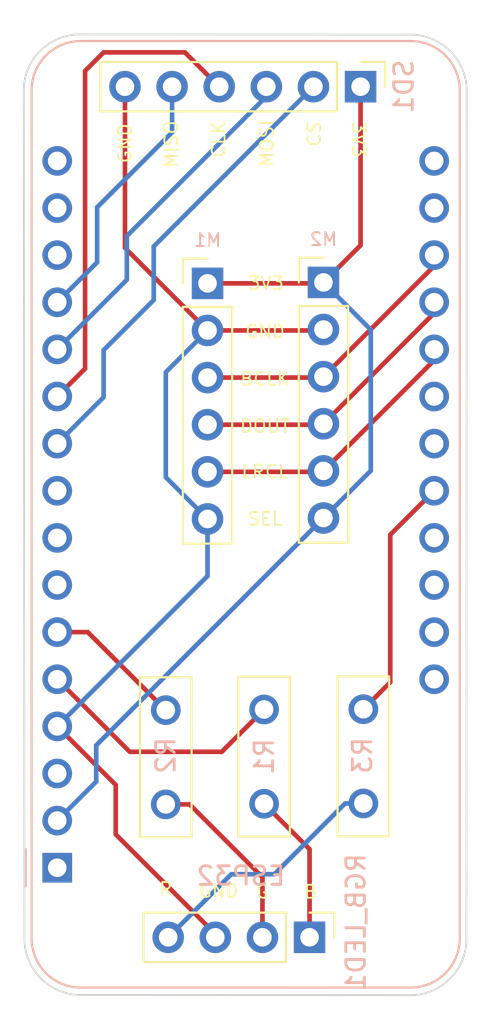
<source format=kicad_pcb>
(kicad_pcb (version 20211014) (generator pcbnew)
  (layers (0 "F.Cu" signal) (31 "B.Cu" signal) (34 "B.Paste" user) (35 "F.Paste" user) (36 "B.SilkS" user "B.Silkscreen") (37 "F.SilkS" user "F.Silkscreen") (38 "B.Mask" user) (39 "F.Mask" user) (44 "Edge.Cuts" user))
  (net 0 "")
  (net 2 "+3V3")
  (net 4 "GND")
  (net 5 "Net-(ESP32-Pad5)")
  (net 6 "Net-(ESP32-Pad6)")
  (net 8 "Net-(ESP32-Pad24)")
  (net 10 "Net-(ESP32-Pad10)")
  (net 11 "Net-(ESP32-Pad11)")
  (net 12 "Net-(ESP32-Pad12)")
  (net 13 "Net-(ESP32-Pad13)")
  (net 26 "Net-(R1-Pad1)")
  (net 27 "Net-(R2-Pad1)")
  (net 28 "Net-(R3-Pad1)")
  (net 29 "Net-(ESP32-Pad19)")
  (net 30 "Net-(ESP32-Pad20)")
  (net 31 "Net-(ESP32-Pad21)")
  (footprint "Resistor_THT:R_Box_L8.4mm_W2.5mm_P5.08mm" (layer "F.Cu") (at 203.4 113.65 90)
    (fp_text reference "R1" (at 2.54 0 90) (layer "B.SilkS") (effects (justify mirror)))
    (fp_text value "R_US")
    (fp_line (start -1.77 -1.39) (end 6.85 -1.39) (layer "F.SilkS") (width 0.12))
    (fp_line (start -1.77 -1.39) (end -1.77 1.39) (layer "F.SilkS") (width 0.12))
    (fp_line (start 6.85 -1.39) (end 6.85 1.39) (layer "F.SilkS") (width 0.12))
    (fp_line (start -1.77 1.39) (end 6.85 1.39) (layer "F.SilkS") (width 0.12))
    (pad "1" thru_hole circle (at 0 0 90) (size 1.6 1.6) (drill 1) (layers *.Cu *.Mask) (net 26 "Net-(R1-Pad1)"))
    (pad "2" thru_hole circle (at 5.08 0 90) (size 1.6 1.6) (drill 1) (layers *.Cu *.Mask) (net 5 "Net-(ESP32-Pad5)"))
  )
  (footprint "Connector_PinHeader_2.54mm:PinHeader_1x06_P2.54mm_Vertical" (layer "F.Cu") (at 206.6 85.55)
    (fp_text reference "M2" (at 0 -2.33) (layer "B.SilkS") (effects (font (size 0.7 0.7) (thickness 0.1)) (justify mirror)))
    (fp_text value "Conn_01x06")
    (fp_line (start -1.33 1.27) (end 1.33 1.27) (layer "F.SilkS") (width 0.12))
    (fp_line (start 1.33 1.27) (end 1.33 14.03) (layer "F.SilkS") (width 0.12))
    (fp_line (start -1.33 1.27) (end -1.33 14.03) (layer "F.SilkS") (width 0.12))
    (fp_line (start -1.33 0) (end -1.33 -1.33) (layer "F.SilkS") (width 0.12))
    (fp_line (start -1.33 -1.33) (end 0 -1.33) (layer "F.SilkS") (width 0.12))
    (fp_line (start -1.33 14.03) (end 1.33 14.03) (layer "F.SilkS") (width 0.12))
    (pad "1" thru_hole rect (at 0 0) (size 1.7 1.7) (drill 1) (layers *.Cu *.Mask) (net 2 "+3V3"))
    (pad "2" thru_hole oval (at 0 2.54) (size 1.7 1.7) (drill 1) (layers *.Cu *.Mask) (net 4 "GND"))
    (pad "3" thru_hole oval (at 0 5.08) (size 1.7 1.7) (drill 1) (layers *.Cu *.Mask) (net 29 "Net-(ESP32-Pad19)"))
    (pad "4" thru_hole oval (at 0 7.62) (size 1.7 1.7) (drill 1) (layers *.Cu *.Mask) (net 30 "Net-(ESP32-Pad20)"))
    (pad "5" thru_hole oval (at 0 10.16) (size 1.7 1.7) (drill 1) (layers *.Cu *.Mask) (net 31 "Net-(ESP32-Pad21)"))
    (pad "6" thru_hole oval (at 0 12.7) (size 1.7 1.7) (drill 1) (layers *.Cu *.Mask) (net 2 "+3V3"))
  )
  (footprint "Resistor_THT:R_Box_L8.4mm_W2.5mm_P5.08mm" (layer "F.Cu") (at 198.1 113.685 90)
    (fp_text reference "R2" (at 2.635 0 90) (layer "B.SilkS") (effects (justify mirror)))
    (fp_text value "R_US")
    (fp_line (start -1.77 -1.39) (end 6.85 -1.39) (layer "F.SilkS") (width 0.12))
    (fp_line (start -1.77 -1.39) (end -1.77 1.39) (layer "F.SilkS") (width 0.12))
    (fp_line (start 6.85 -1.39) (end 6.85 1.39) (layer "F.SilkS") (width 0.12))
    (fp_line (start -1.77 1.39) (end 6.85 1.39) (layer "F.SilkS") (width 0.12))
    (pad "1" thru_hole circle (at 0 0 90) (size 1.6 1.6) (drill 1) (layers *.Cu *.Mask) (net 27 "Net-(R2-Pad1)"))
    (pad "2" thru_hole circle (at 5.08 0 90) (size 1.6 1.6) (drill 1) (layers *.Cu *.Mask) (net 6 "Net-(ESP32-Pad6)"))
  )
  (footprint "Connector_PinHeader_2.54mm:PinHeader_1x06_P2.54mm_Vertical" (layer "F.Cu") (at 200.35 85.6)
    (fp_text reference "M1" (at 0 -2.33) (layer "B.SilkS") (effects (font (size 0.7 0.7) (thickness 0.1)) (justify mirror)))
    (fp_text value "Conn_01x06")
    (fp_line (start -1.33 0) (end -1.33 -1.33) (layer "F.SilkS") (width 0.12))
    (fp_line (start -1.33 1.27) (end 1.33 1.27) (layer "F.SilkS") (width 0.12))
    (fp_line (start -1.33 14.03) (end 1.33 14.03) (layer "F.SilkS") (width 0.12))
    (fp_line (start -1.33 -1.33) (end 0 -1.33) (layer "F.SilkS") (width 0.12))
    (fp_line (start -1.33 1.27) (end -1.33 14.03) (layer "F.SilkS") (width 0.12))
    (fp_line (start 1.33 1.27) (end 1.33 14.03) (layer "F.SilkS") (width 0.12))
    (pad "1" thru_hole rect (at 0 0) (size 1.7 1.7) (drill 1) (layers *.Cu *.Mask) (net 2 "+3V3"))
    (pad "2" thru_hole oval (at 0 2.54) (size 1.7 1.7) (drill 1) (layers *.Cu *.Mask) (net 4 "GND"))
    (pad "3" thru_hole oval (at 0 5.08) (size 1.7 1.7) (drill 1) (layers *.Cu *.Mask) (net 29 "Net-(ESP32-Pad19)"))
    (pad "4" thru_hole oval (at 0 7.62) (size 1.7 1.7) (drill 1) (layers *.Cu *.Mask) (net 30 "Net-(ESP32-Pad20)"))
    (pad "5" thru_hole oval (at 0 10.16) (size 1.7 1.7) (drill 1) (layers *.Cu *.Mask) (net 31 "Net-(ESP32-Pad21)"))
    (pad "6" thru_hole oval (at 0 12.7) (size 1.7 1.7) (drill 1) (layers *.Cu *.Mask) (net 4 "GND"))
  )
  (footprint "Connector_PinHeader_2.54mm:PinHeader_1x06_P2.54mm_Vertical" (layer "F.Cu") (at 208.6 75 -90)
    (fp_text reference "SD1" (at 0 -2.33 90) (layer "B.SilkS") (effects (justify mirror)))
    (fp_text value "Conn_01x06")
    (fp_line (start -1.33 14.03) (end 1.33 14.03) (layer "F.SilkS") (width 0.12))
    (fp_line (start -1.33 1.27) (end 1.33 1.27) (layer "F.SilkS") (width 0.12))
    (fp_line (start -1.33 -1.33) (end 0 -1.33) (layer "F.SilkS") (width 0.12))
    (fp_line (start 1.33 1.27) (end 1.33 14.03) (layer "F.SilkS") (width 0.12))
    (fp_line (start -1.33 0) (end -1.33 -1.33) (layer "F.SilkS") (width 0.12))
    (fp_line (start -1.33 1.27) (end -1.33 14.03) (layer "F.SilkS") (width 0.12))
    (pad "1" thru_hole rect (at 0 0 270) (size 1.7 1.7) (drill 1) (layers *.Cu *.Mask) (net 2 "+3V3"))
    (pad "2" thru_hole oval (at 0 2.54 270) (size 1.7 1.7) (drill 1) (layers *.Cu *.Mask) (net 10 "Net-(ESP32-Pad10)"))
    (pad "3" thru_hole oval (at 0 5.08 270) (size 1.7 1.7) (drill 1) (layers *.Cu *.Mask) (net 12 "Net-(ESP32-Pad12)"))
    (pad "4" thru_hole oval (at 0 7.62 270) (size 1.7 1.7) (drill 1) (layers *.Cu *.Mask) (net 11 "Net-(ESP32-Pad11)"))
    (pad "5" thru_hole oval (at 0 10.16 270) (size 1.7 1.7) (drill 1) (layers *.Cu *.Mask) (net 13 "Net-(ESP32-Pad13)"))
    (pad "6" thru_hole oval (at 0 12.7 270) (size 1.7 1.7) (drill 1) (layers *.Cu *.Mask) (net 4 "GND"))
  )
  (footprint "Resistor_THT:R_Box_L8.4mm_W2.5mm_P5.08mm" (layer "F.Cu") (at 208.75 113.635 90)
    (fp_text reference "R3" (at 2.585 -0.05 90) (layer "B.SilkS") (effects (justify mirror)))
    (fp_text value "R_US")
    (fp_line (start -1.77 1.39) (end 6.85 1.39) (layer "F.SilkS") (width 0.12))
    (fp_line (start 6.85 -1.39) (end 6.85 1.39) (layer "F.SilkS") (width 0.12))
    (fp_line (start -1.77 -1.39) (end -1.77 1.39) (layer "F.SilkS") (width 0.12))
    (fp_line (start -1.77 -1.39) (end 6.85 -1.39) (layer "F.SilkS") (width 0.12))
    (pad "1" thru_hole circle (at 0 0 90) (size 1.6 1.6) (drill 1) (layers *.Cu *.Mask) (net 28 "Net-(R3-Pad1)"))
    (pad "2" thru_hole circle (at 5.08 0 90) (size 1.6 1.6) (drill 1) (layers *.Cu *.Mask) (net 8 "Net-(ESP32-Pad24)"))
  )
  (footprint "Connector_PinHeader_2.54mm:PinHeader_1x04_P2.54mm_Vertical" (layer "F.Cu") (at 205.85 120.85 -90)
    (fp_text reference "RGB_LED1" (at -0.8 -2.5 90) (layer "B.SilkS") (effects (justify mirror)))
    (fp_text value "Conn_01x04")
    (fp_line (start -1.33 0) (end -1.33 -1.33) (layer "F.SilkS") (width 0.12))
    (fp_line (start -1.33 1.27) (end -1.33 8.95) (layer "F.SilkS") (width 0.12))
    (fp_line (start -1.33 8.95) (end 1.33 8.95) (layer "F.SilkS") (width 0.12))
    (fp_line (start -1.33 -1.33) (end 0 -1.33) (layer "F.SilkS") (width 0.12))
    (fp_line (start -1.33 1.27) (end 1.33 1.27) (layer "F.SilkS") (width 0.12))
    (fp_line (start 1.33 1.27) (end 1.33 8.95) (layer "F.SilkS") (width 0.12))
    (pad "1" thru_hole rect (at 0 0 270) (size 1.7 1.7) (drill 1) (layers *.Cu *.Mask) (net 26 "Net-(R1-Pad1)"))
    (pad "2" thru_hole oval (at 0 2.54 270) (size 1.7 1.7) (drill 1) (layers *.Cu *.Mask) (net 27 "Net-(R2-Pad1)"))
    (pad "3" thru_hole oval (at 0 5.08 270) (size 1.7 1.7) (drill 1) (layers *.Cu *.Mask) (net 4 "GND"))
    (pad "4" thru_hole oval (at 0 7.62 270) (size 1.7 1.7) (drill 1) (layers *.Cu *.Mask) (net 28 "Net-(R3-Pad1)"))
  )
  (footprint "Module:Adafruit_Feather" (layer "B.Cu") (at 192.2475 117.1)
    (fp_text reference "ESP32" (at 9.9 0.44) (layer "B.SilkS") (effects (justify mirror)))
    (fp_text value "Adafruit_Feather_HUZZAH32_ESP32")
    (fp_line (start 21.7 3.81) (end 21.7 -41.91) (layer "B.SilkS") (width 0.12))
    (fp_line (start -1.7 -1) (end -1.7 1) (layer "B.SilkS") (width 0.12))
    (fp_line (start -1.38 3.81) (end -1.38 -41.91) (layer "B.SilkS") (width 0.12))
    (fp_line (start 19.05 6.46) (end 1.27 6.46) (layer "B.SilkS") (width 0.12))
    (fp_line (start 19.05 -44.56) (end 1.27 -44.56) (layer "B.SilkS") (width 0.12))
    (fp_arc (start -1.38 -41.91) (mid -0.603833 -43.783833) (end 1.27 -44.56) (layer "B.SilkS") (width 0.12))
    (fp_arc (start 19.05 -44.56) (mid 20.923833 -43.783833) (end 21.7 -41.91) (layer "B.SilkS") (width 0.12))
    (fp_arc (start 21.7 3.81) (mid 20.923833 5.683833) (end 19.05 6.46) (layer "B.SilkS") (width 0.12))
    (fp_arc (start 1.27 6.46) (mid -0.603833 5.683833) (end -1.38 3.81) (layer "B.SilkS") (width 0.12))
    (pad "1" thru_hole rect (at 0 0 180) (size 1.6 1.6) (drill 1) (layers *.Cu *.Mask))
    (pad "2" thru_hole circle (at 0 -2.54 180) (size 1.6 1.6) (drill 1) (layers *.Cu *.Mask) (net 2 "+3V3"))
    (pad "3" thru_hole circle (at 0 -5.08 180) (size 1.6 1.6) (drill 1) (layers *.Cu *.Mask))
    (pad "4" thru_hole circle (at 0 -7.62 180) (size 1.6 1.6) (drill 1) (layers *.Cu *.Mask) (net 4 "GND"))
    (pad "5" thru_hole circle (at 0 -10.16 180) (size 1.6 1.6) (drill 1) (layers *.Cu *.Mask) (net 5 "Net-(ESP32-Pad5)"))
    (pad "6" thru_hole circle (at 0 -12.7 180) (size 1.6 1.6) (drill 1) (layers *.Cu *.Mask) (net 6 "Net-(ESP32-Pad6)"))
    (pad "7" thru_hole circle (at 0 -15.24 180) (size 1.6 1.6) (drill 1) (layers *.Cu *.Mask))
    (pad "8" thru_hole circle (at 0 -17.78 180) (size 1.6 1.6) (drill 1) (layers *.Cu *.Mask))
    (pad "9" thru_hole circle (at 0 -20.32 180) (size 1.6 1.6) (drill 1) (layers *.Cu *.Mask))
    (pad "10" thru_hole circle (at 0 -22.86 180) (size 1.6 1.6) (drill 1) (layers *.Cu *.Mask) (net 10 "Net-(ESP32-Pad10)"))
    (pad "11" thru_hole circle (at 0 -25.4 180) (size 1.6 1.6) (drill 1) (layers *.Cu *.Mask) (net 11 "Net-(ESP32-Pad11)"))
    (pad "12" thru_hole circle (at 0 -27.94 180) (size 1.6 1.6) (drill 1) (layers *.Cu *.Mask) (net 12 "Net-(ESP32-Pad12)"))
    (pad "13" thru_hole circle (at 0 -30.48 180) (size 1.6 1.6) (drill 1) (layers *.Cu *.Mask) (net 13 "Net-(ESP32-Pad13)"))
    (pad "14" thru_hole circle (at 0 -33.02 180) (size 1.6 1.6) (drill 1) (layers *.Cu *.Mask))
    (pad "15" thru_hole circle (at 0 -35.56 180) (size 1.6 1.6) (drill 1) (layers *.Cu *.Mask))
    (pad "16" thru_hole circle (at 0 -38.1 180) (size 1.6 1.6) (drill 1) (layers *.Cu *.Mask))
    (pad "17" thru_hole circle (at 20.32 -38.1 180) (size 1.6 1.6) (drill 1) (layers *.Cu *.Mask))
    (pad "18" thru_hole circle (at 20.32 -35.56 180) (size 1.6 1.6) (drill 1) (layers *.Cu *.Mask))
    (pad "19" thru_hole circle (at 20.32 -33.02 180) (size 1.6 1.6) (drill 1) (layers *.Cu *.Mask) (net 29 "Net-(ESP32-Pad19)"))
    (pad "20" thru_hole circle (at 20.32 -30.48 180) (size 1.6 1.6) (drill 1) (layers *.Cu *.Mask) (net 30 "Net-(ESP32-Pad20)"))
    (pad "21" thru_hole circle (at 20.32 -27.94 180) (size 1.6 1.6) (drill 1) (layers *.Cu *.Mask) (net 31 "Net-(ESP32-Pad21)"))
    (pad "22" thru_hole circle (at 20.32 -25.4 180) (size 1.6 1.6) (drill 1) (layers *.Cu *.Mask))
    (pad "23" thru_hole circle (at 20.32 -22.86 180) (size 1.6 1.6) (drill 1) (layers *.Cu *.Mask))
    (pad "24" thru_hole circle (at 20.32 -20.32 180) (size 1.6 1.6) (drill 1) (layers *.Cu *.Mask) (net 8 "Net-(ESP32-Pad24)"))
    (pad "25" thru_hole circle (at 20.32 -17.78 180) (size 1.6 1.6) (drill 1) (layers *.Cu *.Mask))
    (pad "26" thru_hole circle (at 20.32 -15.24 180) (size 1.6 1.6) (drill 1) (layers *.Cu *.Mask))
    (pad "27" thru_hole circle (at 20.32 -12.7 180) (size 1.6 1.6) (drill 1) (layers *.Cu *.Mask))
    (pad "28" thru_hole circle (at 20.32 -10.16 180) (size 1.6 1.6) (drill 1) (layers *.Cu *.Mask))
  )
  (gr_arc (start 193.380843 123.954002) (mid 191.35 123.05) (end 190.480843 121.004002) (layer "Edge.Cuts") (width 0.1))
  (gr_line (start 193.380843 123.954002) (end 211.354002 123.969157) (layer "Edge.Cuts") (width 0.1))
  (gr_line (start 214.304002 121.069157) (end 214.319157 75.145998) (layer "Edge.Cuts") (width 0.1))
  (gr_arc (start 214.304002 121.069157) (mid 213.4 123.1) (end 211.354002 123.969157) (layer "Edge.Cuts") (width 0.1))
  (gr_line (start 190.445998 75.080843) (end 190.480843 121.004002) (layer "Edge.Cuts") (width 0.1))
  (gr_arc (start 190.445998 75.080843) (mid 191.35 73.05) (end 193.395998 72.180843) (layer "Edge.Cuts") (width 0.1))
  (gr_arc (start 211.419157 72.195998) (mid 213.45 73.1) (end 214.319157 75.145998) (layer "Edge.Cuts") (width 0.1))
  (gr_line (start 193.395998 72.180843) (end 211.419157 72.195998) (layer "Edge.Cuts") (width 0.1))
  (gr_text "GND" (at 195.9 78.05 90) (layer "F.SilkS") (effects (font (size 0.7 0.7) (thickness 0.1))))
  (gr_text "GND" (at 200.95 118.35) (layer "F.SilkS") (effects (font (size 0.7 0.7) (thickness 0.1))))
  (gr_text "G" (at 203.3 118.4) (layer "F.SilkS") (effects (font (size 0.7 0.7) (thickness 0.1))))
  (gr_text "3V3" (at 208.5 77.85 270) (layer "F.SilkS") (effects (font (size 0.7 0.7) (thickness 0.1))))
  (gr_text "CLK" (at 200.95 77.85 90) (layer "F.SilkS") (effects (font (size 0.7 0.7) (thickness 0.1))))
  (gr_text "SEL" (at 203.45 98.3) (layer "F.SilkS") (effects (font (size 0.7 0.7) (thickness 0.1))))
  (gr_text "R" (at 198.1 118.25) (layer "F.SilkS") (effects (font (size 0.7 0.7) (thickness 0.1))))
  (gr_text "CS" (at 206.1 77.55 90) (layer "F.SilkS") (effects (font (size 0.7 0.7) (thickness 0.1))))
  (gr_text "3V3" (at 203.5 85.6) (layer "F.SilkS") (effects (font (size 0.7 0.7) (thickness 0.1))))
  (gr_text "MOSI" (at 203.55 78.05 90) (layer "F.SilkS") (effects (font (size 0.7 0.7) (thickness 0.1))))
  (gr_text "LRCL" (at 203.45 95.75) (layer "F.SilkS") (effects (font (size 0.7 0.7) (thickness 0.1))))
  (gr_text "BCLK" (at 203.45 90.75) (layer "F.SilkS") (effects (font (size 0.7 0.7) (thickness 0.1))))
  (gr_text "MISO" (at 198.4 78.1 90) (layer "F.SilkS") (effects (font (size 0.7 0.7) (thickness 0.1))))
  (gr_text "GND" (at 203.45 88.2) (layer "F.SilkS") (effects (font (size 0.7 0.7) (thickness 0.1))))
  (gr_text "B" (at 205.9 118.4) (layer "F.SilkS") (effects (font (size 0.7 0.7) (thickness 0.1))))
  (gr_text "DOUT" (at 203.45 93.3) (layer "F.SilkS") (effects (font (size 0.7 0.7) (thickness 0.1))))
  (segment (start 200.35 85.6) (end 206.55 85.6) (width 0.25) (layer "F.Cu") (net 2))
  (segment (start 208.6 83.55) (end 206.6 85.55) (width 0.25) (layer "F.Cu") (net 2))
  (segment (start 208.6 75) (end 208.6 83.55) (width 0.25) (layer "F.Cu") (net 2))
  (segment (start 206.55 85.6) (end 206.6 85.55) (width 0.25) (layer "F.Cu") (net 2))
  (segment (start 209.15 95.7) (end 209.15 88.1) (width 0.25) (layer "B.Cu") (net 2))
  (segment (start 209.15 88.1) (end 206.6 85.55) (width 0.25) (layer "B.Cu") (net 2))
  (segment (start 206.6 98.25) (end 194.35 110.5) (width 0.25) (layer "B.Cu") (net 2))
  (segment (start 206.6 98.25) (end 209.15 95.7) (width 0.25) (layer "B.Cu") (net 2))
  (segment (start 194.35 112.4575) (end 192.2475 114.56) (width 0.25) (layer "B.Cu") (net 2))
  (segment (start 194.35 110.5) (end 194.35 112.4575) (width 0.25) (layer "B.Cu") (net 2))
  (segment (start 200.77 120.67) (end 195.4 115.3) (width 0.25) (layer "F.Cu") (net 4))
  (segment (start 195.9 75) (end 195.9 83.69) (width 0.25) (layer "F.Cu") (net 4))
  (segment (start 195.9 83.69) (end 200.35 88.14) (width 0.25) (layer "F.Cu") (net 4))
  (segment (start 200.35 88.14) (end 206.55 88.14) (width 0.25) (layer "F.Cu") (net 4))
  (segment (start 195.4 115.3) (end 195.4 112.6325) (width 0.25) (layer "F.Cu") (net 4))
  (segment (start 200.77 120.85) (end 200.77 120.67) (width 0.25) (layer "F.Cu") (net 4))
  (segment (start 206.55 88.14) (end 206.6 88.09) (width 0.25) (layer "F.Cu") (net 4))
  (segment (start 195.4 112.6325) (end 192.2475 109.48) (width 0.25) (layer "F.Cu") (net 4))
  (segment (start 200.35 98.3) (end 198.1 96.05) (width 0.25) (layer "B.Cu") (net 4))
  (segment (start 200.35 101.3775) (end 192.2475 109.48) (width 0.25) (layer "B.Cu") (net 4))
  (segment (start 200.35 98.3) (end 200.35 101.3775) (width 0.25) (layer "B.Cu") (net 4))
  (segment (start 198.1 96.05) (end 198.1 90.39) (width 0.25) (layer "B.Cu") (net 4))
  (segment (start 198.1 90.39) (end 200.35 88.14) (width 0.25) (layer "B.Cu") (net 4))
  (segment (start 203.4 108.57) (end 201.12 110.85) (width 0.25) (layer "F.Cu") (net 5))
  (segment (start 201.12 110.85) (end 196.1575 110.85) (width 0.25) (layer "F.Cu") (net 5))
  (segment (start 196.1575 110.85) (end 192.2475 106.94) (width 0.25) (layer "F.Cu") (net 5))
  (segment (start 192.2475 104.4) (end 193.895 104.4) (width 0.25) (layer "F.Cu") (net 6))
  (segment (start 193.895 104.4) (end 198.1 108.605) (width 0.25) (layer "F.Cu") (net 6))
  (segment (start 210.2 99.1475) (end 212.5675 96.78) (width 0.25) (layer "F.Cu") (net 8))
  (segment (start 208.75 108.555) (end 210.2 107.105) (width 0.25) (layer "F.Cu") (net 8))
  (segment (start 210.2 107.105) (end 210.2 99.1475) (width 0.25) (layer "F.Cu") (net 8))
  (segment (start 194.75 91.7375) (end 192.2475 94.24) (width 0.25) (layer "B.Cu") (net 10))
  (segment (start 197.45 86.5) (end 194.75 89.2) (width 0.25) (layer "B.Cu") (net 10))
  (segment (start 206.06 75) (end 197.45 83.61) (width 0.25) (layer "B.Cu") (net 10))
  (segment (start 194.75 89.2) (end 194.75 91.7375) (width 0.25) (layer "B.Cu") (net 10))
  (segment (start 197.45 83.61) (end 197.45 86.5) (width 0.25) (layer "B.Cu") (net 10))
  (segment (start 193.75 90.1975) (end 192.2475 91.7) (width 0.25) (layer "F.Cu") (net 11))
  (segment (start 200.98 75) (end 199.13 73.15) (width 0.25) (layer "F.Cu") (net 11))
  (segment (start 194.75 73.15) (end 193.75 74.15) (width 0.25) (layer "F.Cu") (net 11))
  (segment (start 193.75 74.15) (end 193.75 90.1975) (width 0.25) (layer "F.Cu") (net 11))
  (segment (start 199.13 73.15) (end 194.75 73.15) (width 0.25) (layer "F.Cu") (net 11))
  (segment (start 203.52 75) (end 203.52 75.53) (width 0.25) (layer "B.Cu") (net 12))
  (segment (start 196 83.05) (end 196 85.4075) (width 0.25) (layer "B.Cu") (net 12))
  (segment (start 203.52 75.53) (end 196 83.05) (width 0.25) (layer "B.Cu") (net 12))
  (segment (start 196 85.4075) (end 192.2475 89.16) (width 0.25) (layer "B.Cu") (net 12))
  (segment (start 194.4 84.4675) (end 192.2475 86.62) (width 0.25) (layer "B.Cu") (net 13))
  (segment (start 198.44 77.46) (end 194.4 81.5) (width 0.25) (layer "B.Cu") (net 13))
  (segment (start 194.4 81.5) (end 194.4 84.4675) (width 0.25) (layer "B.Cu") (net 13))
  (segment (start 198.44 75) (end 198.44 77.46) (width 0.25) (layer "B.Cu") (net 13))
  (segment (start 205.85 120.85) (end 205.85 116.1) (width 0.25) (layer "F.Cu") (net 26))
  (segment (start 205.85 116.1) (end 203.4 113.65) (width 0.25) (layer "F.Cu") (net 26))
  (segment (start 203.31 117.61) (end 199.385 113.685) (width 0.25) (layer "F.Cu") (net 27))
  (segment (start 203.31 120.85) (end 203.31 117.61) (width 0.25) (layer "F.Cu") (net 27))
  (segment (start 199.385 113.685) (end 198.1 113.685) (width 0.25) (layer "F.Cu") (net 27))
  (segment (start 203.95 117.45) (end 207.765 113.635) (width 0.25) (layer "B.Cu") (net 28))
  (segment (start 201.63 117.45) (end 203.95 117.45) (width 0.25) (layer "B.Cu") (net 28))
  (segment (start 198.23 120.85) (end 201.63 117.45) (width 0.25) (layer "B.Cu") (net 28))
  (segment (start 207.765 113.635) (end 208.75 113.635) (width 0.25) (layer "B.Cu") (net 28))
  (segment (start 212.5675 84.6625) (end 212.5675 84.08) (width 0.25) (layer "F.Cu") (net 29))
  (segment (start 200.35 90.68) (end 206.55 90.68) (width 0.25) (layer "F.Cu") (net 29))
  (segment (start 206.55 90.68) (end 206.6 90.63) (width 0.25) (layer "F.Cu") (net 29))
  (segment (start 206.6 90.63) (end 212.5675 84.6625) (width 0.25) (layer "F.Cu") (net 29))
  (segment (start 200.35 93.22) (end 206.55 93.22) (width 0.25) (layer "F.Cu") (net 30))
  (segment (start 206.55 93.22) (end 206.6 93.17) (width 0.25) (layer "F.Cu") (net 30))
  (segment (start 206.6 93.17) (end 212.5675 87.2025) (width 0.25) (layer "F.Cu") (net 30))
  (segment (start 212.5675 87.2025) (end 212.5675 86.62) (width 0.25) (layer "F.Cu") (net 30))
  (segment (start 206.55 95.76) (end 206.6 95.71) (width 0.25) (layer "F.Cu") (net 31))
  (segment (start 200.35 95.76) (end 206.55 95.76) (width 0.25) (layer "F.Cu") (net 31))
  (segment (start 206.6 95.71) (end 212.5675 89.7425) (width 0.25) (layer "F.Cu") (net 31))
  (segment (start 212.5675 89.7425) (end 212.5675 89.16) (width 0.25) (layer "F.Cu") (net 31))
)
</source>
